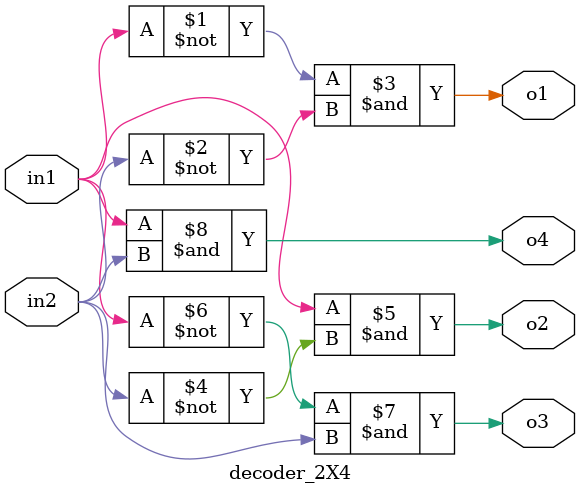
<source format=v>
`timescale 1ns / 1ps

module decoder_2X4(in1,in2,o1,o2,o3,o4);


input in1,in2;
output o1,o2,o3,o4;

assign o1=~in1&~in2;
assign o2=in1&~in2;
assign o3=~in1&in2;
assign o4=in1&in2;


endmodule

</source>
